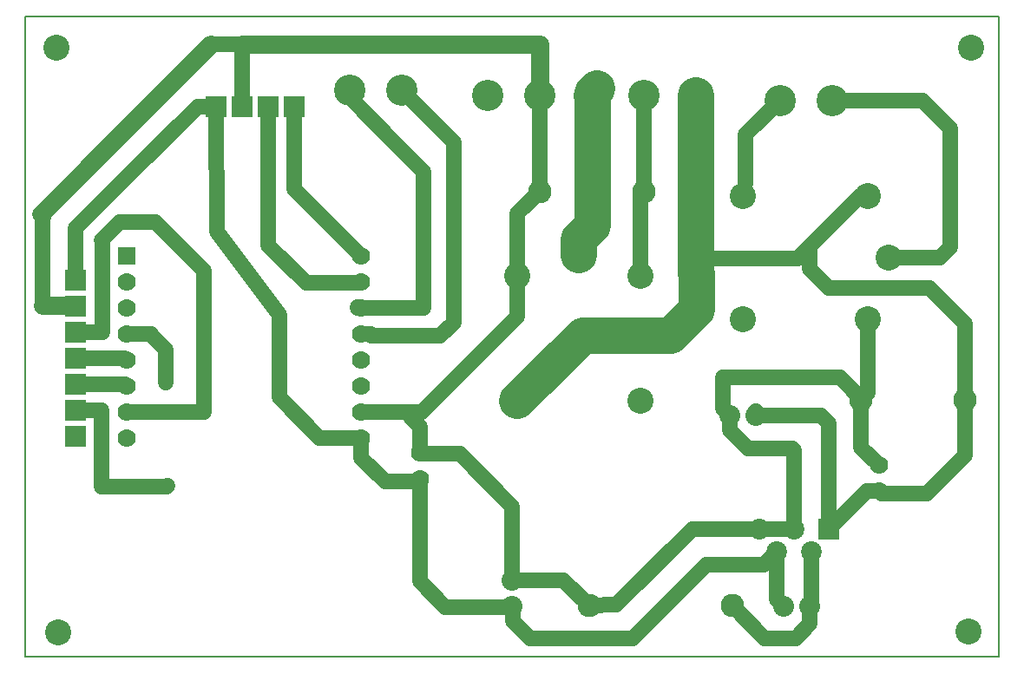
<source format=gbr>
G04 PROTEUS GERBER X2 FILE*
%TF.GenerationSoftware,Labcenter,Proteus,8.9-SP2-Build28501*%
%TF.CreationDate,2023-07-27T06:52:36+00:00*%
%TF.FileFunction,Copper,L2,Bot*%
%TF.FilePolarity,Positive*%
%TF.Part,Single*%
%TF.SameCoordinates,{a6dc1c72-05ea-40b1-9d21-e55aeb3cbc9d}*%
%FSLAX45Y45*%
%MOMM*%
G01*
%TA.AperFunction,Conductor*%
%ADD10C,1.524000*%
%ADD21C,3.556000*%
%ADD22C,1.778000*%
%TA.AperFunction,ViaPad*%
%ADD11C,1.270000*%
%TA.AperFunction,ComponentPad*%
%ADD12R,1.778000X1.778000*%
%ADD13C,1.778000*%
%TA.AperFunction,ComponentPad*%
%ADD14C,2.540000*%
%ADD15C,3.048000*%
%TA.AperFunction,ComponentPad*%
%ADD16C,2.032000*%
%TA.AperFunction,ComponentPad*%
%ADD17R,2.020000X2.020000*%
%ADD18C,2.020000*%
%TA.AperFunction,ComponentPad*%
%ADD19C,2.286000*%
%TA.AperFunction,ComponentPad*%
%ADD70R,2.032000X2.032000*%
%TA.AperFunction,OtherPad,Unknown*%
%ADD71C,2.540000*%
%TA.AperFunction,Profile*%
%ADD20C,0.203200*%
%TD.AperFunction*%
D10*
X+7160000Y-5000000D02*
X+7500000Y-5000000D01*
X+7840000Y-5000000D02*
X+7840000Y-4123375D01*
X+7836000Y-4123375D01*
X+7836000Y-4119375D01*
X+7840000Y-4123375D01*
X+4750000Y-5754000D02*
X+4754877Y-5758877D01*
X+4750000Y-5754000D01*
X+490000Y-3332000D02*
X+966000Y-3332000D01*
X+990000Y-3356000D01*
X+490000Y-3586000D02*
X+494000Y-3590000D01*
X+970000Y-3590000D01*
X+990000Y-3610000D01*
X+490000Y-3840000D02*
X+740000Y-3840000D01*
X+740000Y-4590000D01*
X+1374066Y-4590000D01*
X+1387466Y-4576600D01*
X+1370533Y-3569067D02*
X+1370533Y-3250533D01*
X+1225000Y-3105000D01*
X+1228000Y-3102000D01*
X+990000Y-3102000D01*
X+7330000Y-5220000D02*
X+7200000Y-5350000D01*
X+6640000Y-5350000D01*
X+5920000Y-6070000D01*
X+4927026Y-6070000D01*
X+4754877Y-5897851D01*
X+4754877Y-5758877D01*
X+7500000Y-5000000D02*
X+7500000Y-4234350D01*
X+7485176Y-4219526D01*
X+7051041Y-4219526D01*
X+6870000Y-4038485D01*
X+6870000Y-3890000D01*
X+7166209Y-3894000D02*
X+7128000Y-3894000D01*
X+7124000Y-3890000D01*
X+7124000Y-3851791D01*
X+7166209Y-3894000D01*
X+7610625Y-3894000D01*
X+7764001Y-3894000D01*
X+7836000Y-3965999D01*
X+7836000Y-4119375D01*
X+4750000Y-5500000D02*
X+5130000Y-5500000D01*
X+5250000Y-5500000D01*
X+5500000Y-5750000D01*
X+5760000Y-5740000D01*
X+6510000Y-5005702D01*
X+7154298Y-5005702D01*
X+7160000Y-5000000D01*
X+490000Y-3078000D02*
X+750000Y-3080000D01*
X+750000Y-2200000D01*
X+740000Y-2187345D01*
X+921425Y-2005920D01*
X+1270051Y-2005920D01*
X+1740000Y-2475869D01*
X+1740000Y-3860000D01*
X+994000Y-3860000D01*
X+990000Y-3864000D01*
X+7360000Y-820000D02*
X+7025397Y-1154603D01*
X+7025397Y-1623000D01*
X+7000000Y-1750000D01*
D21*
X+5400000Y-2330000D02*
X+5400000Y-2171875D01*
X+5532500Y-2039375D01*
X+5532500Y-747500D01*
X+5580000Y-700000D01*
X+5530000Y-770000D01*
D10*
X+6000000Y-2530000D02*
X+6000000Y-1740000D01*
X+6038000Y-1702000D01*
X+6030000Y-1710000D01*
X+6038000Y-770000D02*
X+6038000Y-1702000D01*
X+3668000Y-720000D02*
X+4178218Y-1230218D01*
X+4178218Y-2385991D01*
X+4178218Y-2984497D01*
X+4046839Y-3115876D01*
X+3379072Y-3115876D01*
X+3364900Y-3101704D01*
X+3276000Y-3102000D01*
X+3160000Y-720000D02*
X+3160000Y-790000D01*
X+3640000Y-1270000D01*
X+3886264Y-1516264D01*
X+3886264Y-2845818D01*
X+3243966Y-2845818D01*
X+3236667Y-2838519D01*
X+3276000Y-2848000D01*
X+5022000Y-770000D02*
X+5022000Y-1702000D01*
X+5014000Y-1710000D01*
X+4800000Y-2530000D02*
X+4800000Y-1924000D01*
X+5014000Y-1710000D01*
X+6546000Y-2239251D02*
X+6446001Y-2139252D01*
X+6446000Y-2139252D01*
X+6446000Y-870000D01*
X+6546000Y-770000D01*
D21*
X+6546000Y-2239251D01*
D10*
X+7868000Y-820000D02*
X+8749983Y-820000D01*
X+9023352Y-1093369D01*
X+9023352Y-2251311D01*
X+8985999Y-2288664D01*
X+8924663Y-2350000D01*
X+8420000Y-2350000D01*
X+8220000Y-2950000D02*
X+8220000Y-3670000D01*
X+8200000Y-3690000D01*
X+8154000Y-3740000D01*
X+8330000Y-4380000D02*
X+8154000Y-4204000D01*
X+8154000Y-3740000D01*
X+6870000Y-3890000D02*
X+6805077Y-3825077D01*
X+6805077Y-3525447D01*
X+7945033Y-3525447D01*
X+8045286Y-3625700D01*
X+8154000Y-3740000D01*
X+7840000Y-5000000D02*
X+8047321Y-4792679D01*
X+8050174Y-4792679D01*
X+8208853Y-4634000D01*
X+8330000Y-4634000D01*
X+9170000Y-3740000D02*
X+9170000Y-4280000D01*
X+8790000Y-4660000D01*
X+8356000Y-4660000D01*
X+8330000Y-4634000D01*
X+7651302Y-2241302D02*
X+8142604Y-1750000D01*
X+8202584Y-1750000D01*
X+8220000Y-1750000D01*
X+8202584Y-1750000D01*
X+8142604Y-1750000D01*
X+8142603Y-1750000D01*
X+7651302Y-2241302D01*
X+7529235Y-2363368D01*
X+6670117Y-2363368D01*
X+6546000Y-2239251D01*
X+9170000Y-3740000D02*
X+9170000Y-3000001D01*
X+8819999Y-2650000D01*
X+7840000Y-2650000D01*
X+7651302Y-2461302D01*
X+7651302Y-2241302D01*
X+3276000Y-2340000D02*
X+2624000Y-1688000D01*
X+2624000Y-880000D01*
X+490000Y-2824000D02*
X+214000Y-2824000D01*
X+210000Y-2820000D01*
X+170000Y-2780000D01*
X+170000Y-1960222D02*
X+137075Y-1927297D01*
X+1794372Y-270000D01*
X+1810000Y-270000D01*
X+2100000Y-270000D01*
X+2116209Y-270000D01*
X+2116209Y-844950D01*
X+2138160Y-866901D01*
X+2116000Y-880000D01*
D22*
X+5022000Y-770000D02*
X+5022000Y-270000D01*
X+2116209Y-270000D01*
X+210000Y-2820000D02*
X+486000Y-2820000D01*
X+490000Y-2824000D01*
D10*
X+2370000Y-880000D02*
X+2370000Y-2231540D01*
X+2738460Y-2600000D01*
X+3270000Y-2600000D01*
X+3276000Y-2594000D01*
X+1862000Y-880000D02*
X+1680000Y-880000D01*
X+999876Y-1560124D01*
X+993255Y-1560124D01*
X+490000Y-2063379D01*
X+490000Y-2570000D01*
D21*
X+4800000Y-3750000D02*
X+5438744Y-3111256D01*
X+6298639Y-3111256D01*
X+6550000Y-2859895D01*
X+6550000Y-2504827D01*
X+6546000Y-2504827D01*
X+6546000Y-2239251D01*
D10*
X+170000Y-2820000D02*
X+170000Y-2780000D01*
X+170000Y-1960222D01*
X+170000Y-1927297D01*
D22*
X+1810000Y-270000D02*
X+170000Y-1910000D01*
X+170000Y-1927297D01*
X+170000Y-2820000D02*
X+210000Y-2820000D01*
D10*
X+7670000Y-5220000D02*
X+7670000Y-5744000D01*
X+7654000Y-5760000D01*
X+7330000Y-5220000D02*
X+7330000Y-5690000D01*
X+7400000Y-5760000D01*
X+6897000Y-5750000D02*
X+7213326Y-6066326D01*
X+7517340Y-6066326D01*
X+7654000Y-5929666D01*
X+7654000Y-5760000D01*
X+4750000Y-5500000D02*
X+4750000Y-4781196D01*
X+4236748Y-4267944D01*
X+3857246Y-4267944D01*
X+3849302Y-4260000D01*
X+3849302Y-4003302D01*
X+3710000Y-3864000D01*
X+3612688Y-3864000D01*
X+3276000Y-3864000D01*
X+3710000Y-3864000D02*
X+3862528Y-3864000D01*
X+4231120Y-3495408D01*
X+4800000Y-2926528D01*
X+4800000Y-2530000D01*
X+3276000Y-4118000D02*
X+3276000Y-4306000D01*
X+3510000Y-4540000D01*
X+3823302Y-4540000D01*
X+3849302Y-4514000D01*
X+3849302Y-5513693D01*
X+4099066Y-5763457D01*
X+4740543Y-5763457D01*
X+4750000Y-5754000D01*
X+1862000Y-880000D02*
X+1870000Y-2100000D01*
X+2480000Y-2912824D01*
X+2480000Y-3720274D01*
X+2869726Y-4110000D01*
X+3268000Y-4110000D01*
X+3276000Y-4118000D01*
D11*
X+1387466Y-4576600D03*
X+1370533Y-3569067D03*
D12*
X+990000Y-2340000D03*
D13*
X+990000Y-2594000D03*
X+990000Y-2848000D03*
X+990000Y-3102000D03*
X+990000Y-3356000D03*
X+990000Y-3610000D03*
X+990000Y-3864000D03*
X+990000Y-4118000D03*
X+3276000Y-2340000D03*
X+3276000Y-2594000D03*
X+3276000Y-2848000D03*
X+3276000Y-3102000D03*
X+3276000Y-3356000D03*
X+3276000Y-3610000D03*
X+3276000Y-3864000D03*
X+3276000Y-4118000D03*
D14*
X+8220000Y-2950000D03*
X+8220000Y-1750000D03*
X+8420000Y-2350000D03*
X+7000000Y-2950000D03*
X+7000000Y-1750000D03*
D15*
X+4514000Y-770000D03*
X+5022000Y-770000D03*
X+5530000Y-770000D03*
X+6038000Y-770000D03*
X+6546000Y-770000D03*
D16*
X+7654000Y-5760000D03*
X+7400000Y-5760000D03*
D17*
X+7840000Y-5000000D03*
D18*
X+7670000Y-5220000D03*
X+7500000Y-5000000D03*
X+7330000Y-5220000D03*
X+7160000Y-5000000D03*
D16*
X+7124000Y-3890000D03*
X+6870000Y-3890000D03*
X+4750000Y-5754000D03*
X+4750000Y-5500000D03*
D13*
X+3849302Y-4260000D03*
X+3849302Y-4514000D03*
D19*
X+5500000Y-5750000D03*
X+6897000Y-5750000D03*
X+8154000Y-3740000D03*
X+9170000Y-3740000D03*
D13*
X+8330000Y-4380000D03*
X+8330000Y-4634000D03*
D14*
X+6000000Y-2530000D03*
X+4800000Y-2530000D03*
X+5400000Y-2330000D03*
X+6000000Y-3750000D03*
X+4800000Y-3750000D03*
D19*
X+5014000Y-1710000D03*
X+6030000Y-1710000D03*
D70*
X+2624000Y-880000D03*
X+2370000Y-880000D03*
X+2116000Y-880000D03*
X+1862000Y-880000D03*
X+490000Y-4094000D03*
X+490000Y-3840000D03*
X+490000Y-3586000D03*
X+490000Y-3332000D03*
X+490000Y-3078000D03*
X+490000Y-2824000D03*
X+490000Y-2570000D03*
D15*
X+7360000Y-820000D03*
X+7868000Y-820000D03*
X+3160000Y-720000D03*
X+3668000Y-720000D03*
D71*
X+320000Y-6010000D03*
X+300000Y-300000D03*
X+9200000Y-6000000D03*
X+9230000Y-300000D03*
D20*
X+0Y-6250000D02*
X+9500000Y-6250000D01*
X+9500000Y+0D01*
X+0Y+0D01*
X+0Y-6250000D01*
M02*

</source>
